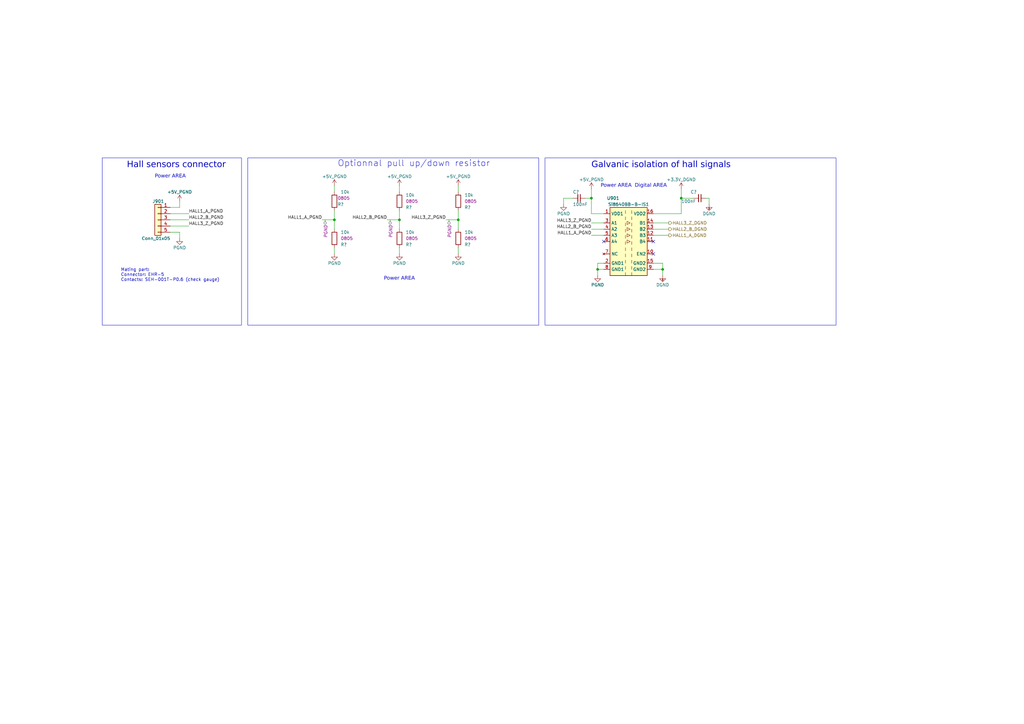
<source format=kicad_sch>
(kicad_sch (version 20231120) (generator "eeschema") (generator_version "8.0")
  (paper "A3")
  (title_block (title "OWNVERTER V1.1") (comment 1 "TWR"))
  (lib_symbols
    (symbol "Connector_Generic:Conn_01x05" (pin_names (offset 1.016) hide)
      (property "Reference" "J" (at 0 7.62 0))
      (property "Value" "Conn_01x05" (at 0 -7.62 0))
      (symbol "Conn_01x05_1_1"
        (rectangle (start -1.27 -4.953) (end 0 -5.207) (stroke (width 0.1524)))
        (rectangle (start -1.27 -2.413) (end 0 -2.667) (stroke (width 0.1524)))
        (rectangle (start -1.27 0.127) (end 0 -0.127) (stroke (width 0.1524)))
        (rectangle (start -1.27 2.667) (end 0 2.413) (stroke (width 0.1524)))
        (rectangle (start -1.27 5.207) (end 0 4.953) (stroke (width 0.1524)))
        (rectangle (start -1.27 6.35) (end 1.27 -6.35) (stroke (width 0.254)) (fill (type background)))
        (pin passive line (at -5.08 5.08 0) (length 3.81) (name "Pin_1") (number "1"))
        (pin passive line (at -5.08 2.54 0) (length 3.81) (name "Pin_2") (number "2"))
        (pin passive line (at -5.08 0 0) (length 3.81) (name "Pin_3") (number "3"))
        (pin passive line (at -5.08 -2.54 0) (length 3.81) (name "Pin_4") (number "4"))
        (pin passive line (at -5.08 -5.08 0) (length 3.81) (name "Pin_5") (number "5"))
      )
    )
    (symbol "Device:C_Small" (pin_numbers hide) (pin_names (offset 0.254) hide)
      (property "Reference" "C" (at 0.254 1.778 0))
      (property "Value" "C_Small" (at 0.254 -2.032 0))
      (symbol "C_Small_0_1"
        (polyline (pts (xy -1.524 -0.508) (xy 1.524 -0.508)) (stroke (width 0.3302)))
        (polyline (pts (xy -1.524 0.508) (xy 1.524 0.508)) (stroke (width 0.3048)))
      )
      (symbol "C_Small_1_1"
        (pin passive line (at 0 2.54 270) (length 2.032) (name "~") (number "1"))
        (pin passive line (at 0 -2.54 90) (length 2.032) (name "~") (number "2"))
      )
    )
    (symbol "Device:R" (pin_numbers hide) (pin_names (offset 0))
      (property "Reference" "R" (at 2.032 0 90))
      (property "Value" "R" (at 0 0 90))
      (symbol "R_0_1"
        (rectangle (start -1.016 -2.54) (end 1.016 2.54) (stroke (width 0.254)))
      )
      (symbol "R_1_1"
        (pin passive line (at 0 3.81 270) (length 1.27) (name "~") (number "1"))
        (pin passive line (at 0 -3.81 90) (length 1.27) (name "~") (number "2"))
      )
    )
    (symbol "Symbols:+3.3V_DGND" (power) (in_bom no) (on_board no)
      (property "Value" "+3.3V_DGND" (at -0.127 3.81 0))
      (symbol "+3.3V_DGND_0_1"
        (polyline (pts (xy -0.762 1.27) (xy 0 2.54)))
        (polyline (pts (xy 0 0) (xy 0 2.54)))
        (polyline (pts (xy 0 2.54) (xy 0.762 1.27)))
      )
      (symbol "+3.3V_DGND_1_1"
        (pin power_in line (at 0 0 90) (length 0) hide (name "+3.3V_DGND") (number "1"))
      )
    )
    (symbol "Symbols:+5V_PGND" (power) (in_bom no) (on_board no)
      (property "Value" "+5V_PGND" (at -0.127 3.81 0))
      (symbol "+5V_PGND_0_1"
        (polyline (pts (xy -0.762 1.27) (xy 0 2.54)))
        (polyline (pts (xy 0 0) (xy 0 2.54)))
        (polyline (pts (xy 0 2.54) (xy 0.762 1.27)))
      )
      (symbol "+5V_PGND_1_1"
        (pin power_in line (at 0 0 90) (length 0) hide (name "+5V_PGND") (number "1"))
      )
    )
    (symbol "Symbols:DGND" (power) (pin_names (offset 0))
      (property "Value" "DGND" (at 0 -3.81 0))
      (symbol "DGND_0_0"
        (text "D" (at 0 -1.778 0) (effects (font (size 0.63 0.63))))
      )
      (symbol "DGND_0_1"
        (polyline (pts (xy 0 0) (xy 0 -1.27) (xy 1.27 -1.27) (xy 0 -2.54) (xy -1.27 -1.27) (xy 0 -1.27)))
      )
      (symbol "DGND_1_1"
        (pin power_in line (at 0 0 270) (length 0) hide (name "DGND") (number "1"))
      )
    )
    (symbol "Symbols:PGND" (power) (pin_names (offset 0))
      (property "Value" "PGND" (at 0 -3.81 0))
      (symbol "PGND_0_1"
        (polyline (pts (xy 0 0) (xy 0 -1.27) (xy 1.27 -1.27) (xy 0 -2.54) (xy -1.27 -1.27) (xy 0 -1.27)))
      )
      (symbol "PGND_1_1"
        (pin power_in line (at 0 0 270) (length 0) hide (name "PGND") (number "1"))
      )
    )
    (symbol "Symbols:Si8640BB-B-IS1"
      (property "Reference" "U" (at 0 15.875 0))
      (property "Value" "Si8640BB-B-IS1" (at 0 13.97 0))
      (symbol "Si8640BB-B-IS1_0_1"
        (rectangle (start -7.62 12.7) (end 7.62 -15.24) (stroke (width 0.254)) (fill (type background)))
        (polyline (pts (xy -1.27 -13.97) (xy -1.27 -15.24)))
        (polyline (pts (xy -1.27 -11.43) (xy -1.27 -12.7)))
        (polyline (pts (xy -1.27 -8.89) (xy -1.27 -10.16)))
        (polyline (pts (xy -1.27 -6.35) (xy -1.27 -7.62)))
        (polyline (pts (xy -1.27 -3.81) (xy -1.27 -5.08)))
        (polyline (pts (xy -1.27 -1.27) (xy -1.27 -2.54)))
        (polyline (pts (xy -1.27 1.27) (xy -1.27 0)))
        (polyline (pts (xy -1.27 3.81) (xy -1.27 2.54)))
        (polyline (pts (xy -1.27 6.35) (xy -1.27 5.08)))
        (polyline (pts (xy -1.27 8.89) (xy -1.27 7.62)))
        (polyline (pts (xy -1.27 11.43) (xy -1.27 10.16)))
        (polyline (pts (xy 1.27 -13.97) (xy 1.27 -15.24)))
        (polyline (pts (xy 1.27 -11.43) (xy 1.27 -12.7)))
        (polyline (pts (xy 1.27 -8.89) (xy 1.27 -10.16)))
        (polyline (pts (xy 1.27 -6.35) (xy 1.27 -7.62)))
        (polyline (pts (xy 1.27 -3.81) (xy 1.27 -5.08)))
        (polyline (pts (xy 1.27 -1.27) (xy 1.27 -2.54)))
        (polyline (pts (xy 1.27 1.27) (xy 1.27 0)))
        (polyline (pts (xy 1.27 3.81) (xy 1.27 2.54)))
        (polyline (pts (xy 1.27 6.35) (xy 1.27 5.08)))
        (polyline (pts (xy 1.27 8.89) (xy 1.27 7.62)))
        (polyline (pts (xy 1.27 11.43) (xy 1.27 10.16)))
        (polyline (pts (xy -0.635 4.445) (xy -0.635 3.175) (xy 0.635 3.81) (xy -0.635 4.445)))
        (polyline (pts (xy -0.635 6.985) (xy -0.635 5.715) (xy 0.635 6.35) (xy -0.635 6.985)))
        (polyline (pts (xy 0.635 -1.27) (xy -0.635 -0.635) (xy -0.635 -1.905) (xy 0.635 -1.27)))
        (polyline (pts (xy 0.635 1.27) (xy -0.635 1.905) (xy -0.635 0.635) (xy 0.635 1.27)))
      )
      (symbol "Si8640BB-B-IS1_1_1"
        (pin power_in line (at -10.16 10.16 0) (length 2.54) (name "VDD1") (number "1"))
        (pin input line (at 10.16 -6.35 180) (length 2.54) (name "EN2") (number "10"))
        (pin output line (at 10.16 -1.27 180) (length 2.54) (name "B4") (number "11"))
        (pin output line (at 10.16 1.27 180) (length 2.54) (name "B3") (number "12"))
        (pin output line (at 10.16 3.81 180) (length 2.54) (name "B2") (number "13"))
        (pin output line (at 10.16 6.35 180) (length 2.54) (name "B1") (number "14"))
        (pin power_in line (at 10.16 -10.16 180) (length 2.54) (name "GND2") (number "15"))
        (pin power_in line (at 10.16 10.16 180) (length 2.54) (name "VDD2") (number "16"))
        (pin power_in line (at -10.16 -10.16 0) (length 2.54) (name "GND1") (number "2"))
        (pin input line (at -10.16 6.35 0) (length 2.54) (name "A1") (number "3"))
        (pin input line (at -10.16 3.81 0) (length 2.54) (name "A2") (number "4"))
        (pin input line (at -10.16 1.27 0) (length 2.54) (name "A3") (number "5"))
        (pin input line (at -10.16 -1.27 0) (length 2.54) (name "A4") (number "6"))
        (pin no_connect line (at -10.16 -6.35 0) (length 2.54) (name "NC") (number "7"))
        (pin passive line (at -10.16 -12.7 0) (length 2.54) (name "GND1") (number "8"))
        (pin passive line (at 10.16 -12.7 180) (length 2.54) (name "GND2") (number "9"))
      )
    )
  )
  (junction (at 163.83 90.17))
  (junction (at 245.11 110.49))
  (junction (at 279.4 81.28))
  (junction (at 242.57 81.28))
  (junction (at 187.96 90.17))
  (junction (at 137.16 90.17))
  (junction (at 271.78 110.49))
  (no_connect (at 247.65 99.06))
  (no_connect (at 267.97 99.06))
  (no_connect (at 267.97 104.14))
  (wire (pts (xy 187.96 90.17) (xy 187.96 93.98)))
  (wire (pts (xy 163.83 86.36) (xy 163.83 90.17)))
  (wire (pts (xy 158.75 90.17) (xy 163.83 90.17)))
  (wire (pts (xy 279.4 81.28) (xy 284.48 81.28)))
  (wire (pts (xy 137.16 76.2) (xy 137.16 78.74)))
  (wire (pts (xy 245.11 110.49) (xy 247.65 110.49)))
  (wire (pts (xy 73.66 95.25) (xy 73.66 97.79)))
  (wire (pts (xy 73.66 85.09) (xy 69.85 85.09)))
  (wire (pts (xy 267.97 91.44) (xy 274.32 91.44)))
  (wire (pts (xy 267.97 110.49) (xy 271.78 110.49)))
  (wire (pts (xy 163.83 101.6) (xy 163.83 104.14)))
  (wire (pts (xy 77.47 92.71) (xy 69.85 92.71)))
  (wire (pts (xy 245.11 113.03) (xy 245.11 110.49)))
  (wire (pts (xy 69.85 95.25) (xy 73.66 95.25)))
  (wire (pts (xy 187.96 101.6) (xy 187.96 104.14)))
  (wire (pts (xy 271.78 110.49) (xy 271.78 107.95)))
  (wire (pts (xy 279.4 81.28) (xy 279.4 87.63)))
  (wire (pts (xy 247.65 107.95) (xy 245.11 107.95)))
  (wire (pts (xy 137.16 101.6) (xy 137.16 104.14)))
  (wire (pts (xy 187.96 76.2) (xy 187.96 78.74)))
  (wire (pts (xy 182.88 90.17) (xy 187.96 90.17)))
  (wire (pts (xy 231.14 81.28) (xy 231.14 83.82)))
  (wire (pts (xy 271.78 113.03) (xy 271.78 110.49)))
  (wire (pts (xy 267.97 93.98) (xy 274.32 93.98)))
  (wire (pts (xy 77.47 90.17) (xy 69.85 90.17)))
  (wire (pts (xy 242.57 93.98) (xy 247.65 93.98)))
  (wire (pts (xy 163.83 76.2) (xy 163.83 78.74)))
  (wire (pts (xy 245.11 107.95) (xy 245.11 110.49)))
  (wire (pts (xy 163.83 90.17) (xy 163.83 93.98)))
  (wire (pts (xy 267.97 107.95) (xy 271.78 107.95)))
  (wire (pts (xy 187.96 86.36) (xy 187.96 90.17)))
  (wire (pts (xy 267.97 87.63) (xy 279.4 87.63)))
  (wire (pts (xy 242.57 96.52) (xy 247.65 96.52)))
  (wire (pts (xy 137.16 86.36) (xy 137.16 90.17)))
  (wire (pts (xy 267.97 96.52) (xy 274.32 96.52)))
  (wire (pts (xy 290.83 83.82) (xy 290.83 81.28)))
  (wire (pts (xy 279.4 77.47) (xy 279.4 81.28)))
  (wire (pts (xy 137.16 90.17) (xy 137.16 93.98)))
  (wire (pts (xy 242.57 91.44) (xy 247.65 91.44)))
  (wire (pts (xy 132.08 90.17) (xy 137.16 90.17)))
  (wire (pts (xy 240.03 81.28) (xy 242.57 81.28)))
  (wire (pts (xy 242.57 77.47) (xy 242.57 81.28)))
  (wire (pts (xy 242.57 87.63) (xy 247.65 87.63)))
  (wire (pts (xy 289.56 81.28) (xy 290.83 81.28)))
  (wire (pts (xy 73.66 82.55) (xy 73.66 85.09)))
  (wire (pts (xy 234.95 81.28) (xy 231.14 81.28)))
  (wire (pts (xy 77.47 87.63) (xy 69.85 87.63)))
  (wire (pts (xy 242.57 81.28) (xy 242.57 87.63)))
  (rectangle (start 101.6 64.77) (end 220.98 133.35))
  (rectangle (start 223.52 64.77) (end 342.9 133.35))
  (rectangle (start 41.91 64.77) (end 99.06 133.35))
  (text "Hall sensors connector\n" (at 52.07 69.85 0) (effects (font (size 2.54 2.54)) (justify left bottom)))
  (text "Galvanic isolation of hall signals" (at 242.57 69.85 0) (effects (font (size 2.54 2.54)) (justify left bottom)))
  (text "Digital AREA\n" (at 260.35 77.47 0) (effects (font (size 1.5 1.5)) (justify left bottom)))
  (text "Power AREA\n" (at 246.38 77.47 0) (effects (font (size 1.5 1.5)) (justify left bottom)))
  (text "Optionnal pull up/down resistor\n" (at 138.43 68.58 0) (effects (font (size 2.54 2.54)) (justify left bottom)))
  (text "Power AREA\n" (at 157.48 115.57 0) (effects (font (size 1.5 1.5)) (justify left bottom)))
  (text "Power AREA\n" (at 63.5 73.66 0) (effects (font (size 1.5 1.5)) (justify left bottom)))
  (text "Mating part:\nConnector: EHR-5\nContacts: SEH-001T-P0.6 (check gauge)" (at 49.53 115.57 0) (effects (font (size 1.27 1.27)) (justify left bottom)))
  (label "HALL1_A_PGND" (at 242.57 96.52 180))
  (label "HALL1_A_PGND" (at 132.08 90.17 180))
  (label "HALL2_B_PGND" (at 77.47 90.17 0))
  (label "HALL3_Z_PGND" (at 242.57 91.44 180))
  (label "HALL2_B_PGND" (at 242.57 93.98 180))
  (label "HALL3_Z_PGND" (at 182.88 90.17 180))
  (label "HALL3_Z_PGND" (at 77.47 92.71 0))
  (label "HALL1_A_PGND" (at 77.47 87.63 0))
  (label "HALL2_B_PGND" (at 158.75 90.17 180))
  (hierarchical_label "HALL3_Z_DGND" (shape output) (at 274.32 91.44 0))
  (hierarchical_label "HALL1_A_DGND" (shape output) (at 274.32 96.52 0))
  (hierarchical_label "HALL2_B_DGND" (shape output) (at 274.32 93.98 0))
  (netclass_flag "" (length 1.27) (shape round) (at 184.15 90.17 180) (property "Netclass" "PGND" (at 184.404 97.536 90) (effects (font (italic yes)) (justify left))))
  (netclass_flag "" (length 1.27) (shape round) (at 133.35 90.17 180) (property "Netclass" "PGND" (at 133.604 97.536 90) (effects (font (italic yes)) (justify left))))
  (netclass_flag "" (length 1.27) (shape round) (at 160.02 90.17 180) (property "Netclass" "PGND" (at 160.274 97.536 90) (effects (font (italic yes)) (justify left))))
  (symbol (lib_id "Symbols:Si8640BB-B-IS1") (at 257.81 97.79 0) (unit 1)
    (property "Reference" "U901" (at 251.46 81.28 0))
    (property "Value" "Si8640BB-B-IS1" (at 257.81 83.82 0))
    (property "Footprint" "Package_SO:SOIC-16_3.9x9.9mm_P1.27mm" (effects (hide yes)))
    (property "Datasheet" "${KIPRJMOD}\\datasheet\\si864x_datasheet-2507790.pdf" (effects (hide yes)))
    (property "manf#" "Si8640BB-B-IS1" (effects (hide yes)))
  )
  (symbol (lib_id "Device:R") (at 187.96 82.55 180) (unit 1)
    (property "Reference" "R?" (at 190.5 85.09 0) (effects (justify right)))
    (property "Value" "10k" (at 190.5 80.01 0) (effects (justify right)))
    (property "Footprint" "Footprints:R_0805_2012Metric" (effects (hide yes)))
    (property "Datasheet" "${KIPRJMOD}\\datasheet\\CRT-1649066.pdf" (effects (hide yes)))
    (property "manf#" "CRT0805-FZ-1002ELF" (effects (hide yes)))
    (property "DNP" "x" (effects (hide yes)))
    (property "Package" "0805" (at 193.04 82.55 0))
    (property "Power" "0.125W" (effects (hide yes)))
    (instances (project "InverterLeg" (path "" (reference "R?") (unit 1))) (project "ownverter" (path "" (reference "R905") (unit 1))))
  )
  (symbol (lib_id "Device:R") (at 163.83 82.55 180) (unit 1)
    (property "Reference" "R?" (at 166.37 85.09 0) (effects (justify right)))
    (property "Value" "10k" (at 166.37 80.01 0) (effects (justify right)))
    (property "Footprint" "Footprints:R_0805_2012Metric" (effects (hide yes)))
    (property "Datasheet" "${KIPRJMOD}\\datasheet\\CRT-1649066.pdf" (effects (hide yes)))
    (property "manf#" "CRT0805-FZ-1002ELF" (effects (hide yes)))
    (property "DNP" "x" (effects (hide yes)))
    (property "Package" "0805" (at 168.91 82.55 0))
    (property "Power" "0.125W" (effects (hide yes)))
    (instances (project "InverterLeg" (path "" (reference "R?") (unit 1))) (project "ownverter" (path "" (reference "R903") (unit 1))))
  )
  (symbol (lib_id "Symbols:PGND") (at 137.16 104.14 0) (unit 1)
    (property "Reference" "#PWR?" (effects (hide yes)))
    (property "Value" "PGND" (at 137.16 107.95 0))
    (instances (project "InverterLeg" (path "" (reference "#PWR?") (unit 1))) (project "ownverter" (path "" (reference "#PWR0907") (unit 1))))
  )
  (symbol (lib_id "Device:R") (at 137.16 97.79 180) (unit 1)
    (property "Reference" "R?" (at 139.7 100.33 0) (effects (justify right)))
    (property "Value" "10k" (at 139.7 95.25 0) (effects (justify right)))
    (property "Footprint" "Footprints:R_0805_2012Metric" (effects (hide yes)))
    (property "Datasheet" "${KIPRJMOD}\\datasheet\\CRT-1649066.pdf" (effects (hide yes)))
    (property "manf#" "CRT0805-FZ-1002ELF" (effects (hide yes)))
    (property "DNP" "x" (effects (hide yes)))
    (property "Package" "0805" (at 142.24 97.79 0))
    (property "Power" "0.125W" (effects (hide yes)))
    (instances (project "InverterLeg" (path "" (reference "R?") (unit 1))) (project "ownverter" (path "" (reference "R902") (unit 1))))
  )
  (symbol (lib_id "Symbols:+5V_PGND") (at 187.96 76.2 0) (unit 1) (in_bom no) (on_board no)
    (property "Reference" "#PWR0919" (effects (hide yes)))
    (property "Value" "+5V_PGND" (at 187.96 72.39 0))
  )
  (symbol (lib_id "Symbols:PGND") (at 73.66 97.79 0) (mirror y) (unit 1)
    (property "Reference" "#PWR?" (effects (hide yes)))
    (property "Value" "PGND" (at 73.66 101.6 0))
    (instances (project "InverterLeg" (path "" (reference "#PWR?") (unit 1))) (project "ownverter" (path "" (reference "#PWR0902") (unit 1))))
  )
  (symbol (lib_id "Symbols:PGND") (at 163.83 104.14 0) (unit 1)
    (property "Reference" "#PWR?" (effects (hide yes)))
    (property "Value" "PGND" (at 163.83 107.95 0))
    (instances (project "InverterLeg" (path "" (reference "#PWR?") (unit 1))) (project "ownverter" (path "" (reference "#PWR0909") (unit 1))))
  )
  (symbol (lib_id "Device:C_Small") (at 287.02 81.28 270) (unit 1)
    (property "Reference" "C?" (at 283.21 78.74 90) (effects (justify left)))
    (property "Value" "100nF" (at 279.4 82.55 90) (effects (justify left)))
    (property "Footprint" "Footprints:C_0805_2012Metric" (effects (hide yes)))
    (property "Datasheet" "${KIPRJMOD}\\datasheet\\KEM_C1002_X7R_SMD-3316098.pdf" (effects (hide yes)))
    (property "manf#" "C0805C104K5RACTU" (effects (hide yes)))
    (property "DNP" "x" (effects (hide yes)))
    (property "Voltage" "50V" (effects (hide yes)))
    (property "Package" "0805" (effects (hide yes)))
    (instances (project "InverterLeg" (path "" (reference "C?") (unit 1))) (project "ownverter" (path "" (reference "C902") (unit 1))))
  )
  (symbol (lib_id "Device:R") (at 163.83 97.79 180) (unit 1)
    (property "Reference" "R?" (at 166.37 100.33 0) (effects (justify right)))
    (property "Value" "10k" (at 166.37 95.25 0) (effects (justify right)))
    (property "Footprint" "Footprints:R_0805_2012Metric" (effects (hide yes)))
    (property "Datasheet" "${KIPRJMOD}\\datasheet\\CRT-1649066.pdf" (effects (hide yes)))
    (property "manf#" "CRT0805-FZ-1002ELF" (effects (hide yes)))
    (property "DNP" "x" (effects (hide yes)))
    (property "Package" "0805" (at 168.91 97.79 0))
    (property "Power" "0.125W" (effects (hide yes)))
    (instances (project "InverterLeg" (path "" (reference "R?") (unit 1))) (project "ownverter" (path "" (reference "R904") (unit 1))))
  )
  (symbol (lib_id "Symbols:DGND") (at 290.83 83.82 0) (mirror y) (unit 1)
    (property "Reference" "#PWR?" (effects (hide yes)))
    (property "Value" "DGND" (at 290.83 87.63 0))
    (instances (project "InverterLeg" (path "" (reference "#PWR?") (unit 1))) (project "ownverter" (path "" (reference "#PWR0904") (unit 1))))
  )
  (symbol (lib_id "Symbols:DGND") (at 271.78 113.03 0) (mirror y) (unit 1)
    (property "Reference" "#PWR?" (effects (hide yes)))
    (property "Value" "DGND" (at 271.78 116.84 0))
    (instances (project "InverterLeg" (path "" (reference "#PWR?") (unit 1))) (project "ownverter" (path "" (reference "#PWR0112") (unit 1))))
  )
  (symbol (lib_id "Symbols:PGND") (at 245.11 113.03 0) (unit 1)
    (property "Reference" "#PWR?" (effects (hide yes)))
    (property "Value" "PGND" (at 245.11 116.84 0))
    (instances (project "InverterLeg" (path "" (reference "#PWR?") (unit 1))) (project "ownverter" (path "" (reference "#PWR0115") (unit 1))))
  )
  (symbol (lib_id "Device:R") (at 137.16 82.55 180) (unit 1)
    (property "Reference" "R?" (at 138.43 83.82 0) (effects (justify right)))
    (property "Value" "10k" (at 139.7 78.74 0) (effects (justify right)))
    (property "Footprint" "Footprints:R_0805_2012Metric" (effects (hide yes)))
    (property "Datasheet" "${KIPRJMOD}\\datasheet\\CRT-1649066.pdf" (effects (hide yes)))
    (property "manf#" "CRT0805-FZ-1002ELF" (effects (hide yes)))
    (property "DNP" "x" (effects (hide yes)))
    (property "Package" "0805" (at 140.97 81.28 0))
    (property "Power" "0.125W" (effects (hide yes)))
    (instances (project "InverterLeg" (path "" (reference "R?") (unit 1))) (project "ownverter" (path "" (reference "R901") (unit 1))))
  )
  (symbol (lib_id "Symbols:PGND") (at 187.96 104.14 0) (unit 1)
    (property "Reference" "#PWR?" (effects (hide yes)))
    (property "Value" "PGND" (at 187.96 107.95 0))
    (instances (project "InverterLeg" (path "" (reference "#PWR?") (unit 1))) (project "ownverter" (path "" (reference "#PWR0920") (unit 1))))
  )
  (symbol (lib_id "Symbols:+5V_PGND") (at 163.83 76.2 0) (unit 1) (in_bom no) (on_board no)
    (property "Reference" "#PWR0908" (effects (hide yes)))
    (property "Value" "+5V_PGND" (at 163.83 72.39 0))
  )
  (symbol (lib_id "Symbols:+3.3V_DGND") (at 279.4 77.47 0) (mirror y) (unit 1) (in_bom no) (on_board no)
    (property "Reference" "#PWR0805" (effects (hide yes)))
    (property "Value" "+3.3V_DGND" (at 279.4 73.66 0))
  )
  (symbol (lib_id "Symbols:+5V_PGND") (at 137.16 76.2 0) (unit 1) (in_bom no) (on_board no)
    (property "Reference" "#PWR0906" (effects (hide yes)))
    (property "Value" "+5V_PGND" (at 137.16 72.39 0))
  )
  (symbol (lib_id "Symbols:+5V_PGND") (at 73.66 82.55 0) (unit 1) (in_bom no) (on_board no)
    (property "Reference" "#PWR0901" (effects (hide yes)))
    (property "Value" "+5V_PGND" (at 73.66 78.74 0))
  )
  (symbol (lib_id "Device:C_Small") (at 237.49 81.28 270) (unit 1)
    (property "Reference" "C?" (at 234.95 78.74 90) (effects (justify left)))
    (property "Value" "100nF" (at 234.95 83.82 90) (effects (justify left)))
    (property "Footprint" "Footprints:C_0805_2012Metric" (effects (hide yes)))
    (property "Datasheet" "${KIPRJMOD}\\datasheet\\KEM_C1002_X7R_SMD-3316098.pdf" (effects (hide yes)))
    (property "manf#" "C0805C104K5RACTU" (effects (hide yes)))
    (property "DNP" "x" (effects (hide yes)))
    (property "Voltage" "50V" (effects (hide yes)))
    (property "Package" "0805" (effects (hide yes)))
    (instances (project "InverterLeg" (path "" (reference "C?") (unit 1))) (project "ownverter" (path "" (reference "C901") (unit 1))))
  )
  (symbol (lib_id "Symbols:PGND") (at 231.14 83.82 0) (unit 1)
    (property "Reference" "#PWR?" (effects (hide yes)))
    (property "Value" "PGND" (at 231.14 87.63 0))
    (instances (project "InverterLeg" (path "" (reference "#PWR?") (unit 1))) (project "ownverter" (path "" (reference "#PWR0903") (unit 1))))
  )
  (symbol (lib_id "Connector_Generic:Conn_01x05") (at 64.77 90.17 0) (mirror y) (unit 1)
    (property "Reference" "J901" (at 67.31 82.55 0) (effects (justify left)))
    (property "Value" "Conn_01x05" (at 69.85 97.79 0) (effects (justify left)))
    (property "Footprint" "Connector_JST:JST_EH_B5B-EH-A_1x05_P2.50mm_Vertical" (effects (hide yes)))
    (property "Datasheet" "${KIPRJMOD}\\datasheet\\10129378.pdf" (effects (hide yes)))
    (property "manf#" "10129378-905001BLF" (effects (hide yes)))
  )
  (symbol (lib_id "Device:R") (at 187.96 97.79 180) (unit 1)
    (property "Reference" "R?" (at 190.5 100.33 0) (effects (justify right)))
    (property "Value" "10k" (at 190.5 95.25 0) (effects (justify right)))
    (property "Footprint" "Footprints:R_0805_2012Metric" (effects (hide yes)))
    (property "Datasheet" "${KIPRJMOD}\\datasheet\\CRT-1649066.pdf" (effects (hide yes)))
    (property "manf#" "CRT0805-FZ-1002ELF" (effects (hide yes)))
    (property "DNP" "x" (effects (hide yes)))
    (property "Package" "0805" (at 193.04 97.79 0))
    (property "Power" "0.125W" (effects (hide yes)))
    (instances (project "InverterLeg" (path "" (reference "R?") (unit 1))) (project "ownverter" (path "" (reference "R906") (unit 1))))
  )
  (symbol (lib_id "Symbols:+5V_PGND") (at 242.57 77.47 0) (unit 1) (in_bom no) (on_board no)
    (property "Reference" "#PWR0113" (effects (hide yes)))
    (property "Value" "+5V_PGND" (at 242.57 73.66 0))
  )
)
</source>
